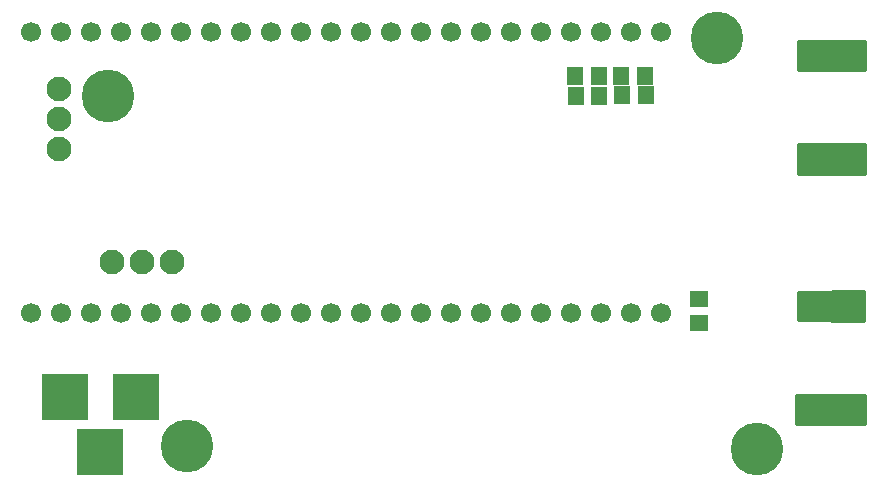
<source format=gbs>
G04 #@! TF.FileFunction,Soldermask,Bot*
%FSLAX46Y46*%
G04 Gerber Fmt 4.6, Leading zero omitted, Abs format (unit mm)*
G04 Created by KiCad (PCBNEW 4.0.0-rc1-stable) date 29/02/2016 1:35:43 AM*
%MOMM*%
G01*
G04 APERTURE LIST*
%ADD10C,0.100000*%
%ADD11C,2.100000*%
%ADD12R,1.650000X1.400000*%
%ADD13C,4.464000*%
%ADD14C,1.700000*%
%ADD15R,1.400000X1.650000*%
%ADD16R,3.900120X3.900120*%
%ADD17C,0.254000*%
G04 APERTURE END LIST*
D10*
D11*
X36670000Y-54890000D03*
X36670000Y-57430000D03*
X36670000Y-59970000D03*
X46240000Y-69610000D03*
X43700000Y-69610000D03*
X41160000Y-69610000D03*
D12*
X90910000Y-72700000D03*
X90910000Y-74700000D03*
D13*
X92370000Y-50630000D03*
X95810000Y-85410000D03*
X40850000Y-55560000D03*
X47550000Y-85160000D03*
D14*
X80070000Y-73910700D03*
X34350000Y-73910700D03*
X36890000Y-73910700D03*
X39430000Y-73910700D03*
X41970000Y-73910700D03*
X44510000Y-73910700D03*
X47050000Y-73910700D03*
X49590000Y-73910700D03*
X52130000Y-73910700D03*
X54670000Y-73910700D03*
X57210000Y-73910700D03*
X59750000Y-73910700D03*
X62290000Y-73910700D03*
X64830000Y-73910700D03*
X67370000Y-73910700D03*
X69910000Y-73910700D03*
X72450000Y-73910700D03*
X74990000Y-73910700D03*
X77530000Y-73910700D03*
X82610000Y-73910700D03*
X85150000Y-73910700D03*
X87690000Y-73910700D03*
X80060000Y-50110700D03*
X34340000Y-50110700D03*
X36880000Y-50110700D03*
X39420000Y-50110700D03*
X41960000Y-50110700D03*
X44500000Y-50110700D03*
X47040000Y-50110700D03*
X49580000Y-50110700D03*
X52120000Y-50110700D03*
X54660000Y-50110700D03*
X57200000Y-50110700D03*
X59740000Y-50110700D03*
X62280000Y-50110700D03*
X64820000Y-50110700D03*
X67360000Y-50110700D03*
X69900000Y-50110700D03*
X72440000Y-50110700D03*
X74980000Y-50110700D03*
X77520000Y-50110700D03*
X82600000Y-50110700D03*
X85140000Y-50110700D03*
X87680000Y-50110700D03*
D15*
X82440000Y-55490000D03*
X80440000Y-55490000D03*
X82410000Y-53840000D03*
X80410000Y-53840000D03*
X84360000Y-55410000D03*
X86360000Y-55410000D03*
X84320000Y-53810000D03*
X86320000Y-53810000D03*
D16*
X43190660Y-80970000D03*
X37190660Y-80970000D03*
X40190660Y-85669000D03*
D17*
G36*
X104893000Y-74532785D02*
X99237470Y-74523215D01*
X99246531Y-72076786D01*
X104893000Y-72067216D01*
X104893000Y-74532785D01*
X104893000Y-74532785D01*
G37*
X104893000Y-74532785D02*
X99237470Y-74523215D01*
X99246531Y-72076786D01*
X104893000Y-72067216D01*
X104893000Y-74532785D01*
G36*
X104903000Y-83303000D02*
X99087000Y-83303000D01*
X99087000Y-80847000D01*
X104903000Y-80847000D01*
X104903000Y-83303000D01*
X104903000Y-83303000D01*
G37*
X104903000Y-83303000D02*
X99087000Y-83303000D01*
X99087000Y-80847000D01*
X104903000Y-80847000D01*
X104903000Y-83303000D01*
G36*
X104903000Y-62083217D02*
X99307000Y-62092783D01*
X99307000Y-59617000D01*
X104903000Y-59617000D01*
X104903000Y-62083217D01*
X104903000Y-62083217D01*
G37*
X104903000Y-62083217D02*
X99307000Y-62092783D01*
X99307000Y-59617000D01*
X104903000Y-59617000D01*
X104903000Y-62083217D01*
G36*
X104903000Y-53323000D02*
X99297000Y-53323000D01*
X99297000Y-50877000D01*
X104903000Y-50877000D01*
X104903000Y-53323000D01*
X104903000Y-53323000D01*
G37*
X104903000Y-53323000D02*
X99297000Y-53323000D01*
X99297000Y-50877000D01*
X104903000Y-50877000D01*
X104903000Y-53323000D01*
M02*

</source>
